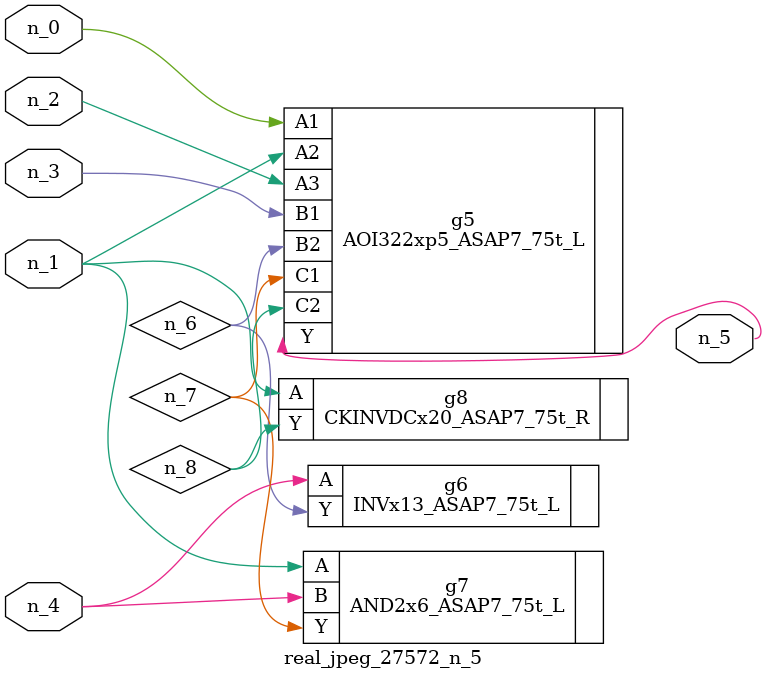
<source format=v>
module real_jpeg_27572_n_5 (n_4, n_0, n_1, n_2, n_3, n_5);

input n_4;
input n_0;
input n_1;
input n_2;
input n_3;

output n_5;

wire n_8;
wire n_6;
wire n_7;

AOI322xp5_ASAP7_75t_L g5 ( 
.A1(n_0),
.A2(n_1),
.A3(n_2),
.B1(n_3),
.B2(n_6),
.C1(n_7),
.C2(n_8),
.Y(n_5)
);

AND2x6_ASAP7_75t_L g7 ( 
.A(n_1),
.B(n_4),
.Y(n_7)
);

CKINVDCx20_ASAP7_75t_R g8 ( 
.A(n_1),
.Y(n_8)
);

INVx13_ASAP7_75t_L g6 ( 
.A(n_4),
.Y(n_6)
);


endmodule
</source>
